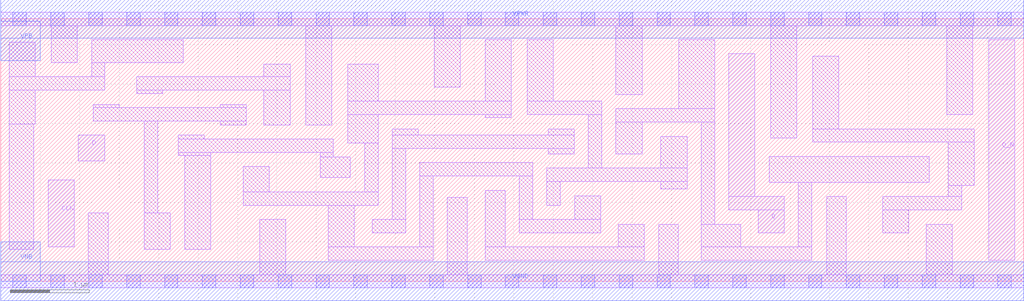
<source format=lef>
# Copyright 2020 The SkyWater PDK Authors
#
# Licensed under the Apache License, Version 2.0 (the "License");
# you may not use this file except in compliance with the License.
# You may obtain a copy of the License at
#
#     https://www.apache.org/licenses/LICENSE-2.0
#
# Unless required by applicable law or agreed to in writing, software
# distributed under the License is distributed on an "AS IS" BASIS,
# WITHOUT WARRANTIES OR CONDITIONS OF ANY KIND, either express or implied.
# See the License for the specific language governing permissions and
# limitations under the License.
#
# SPDX-License-Identifier: Apache-2.0

VERSION 5.5 ;
NAMESCASESENSITIVE ON ;
BUSBITCHARS "[]" ;
DIVIDERCHAR "/" ;
MACRO sky130_fd_sc_lp__dfxbp_lp
  CLASS CORE ;
  SOURCE USER ;
  ORIGIN  0.000000  0.000000 ;
  SIZE  12.96000 BY  3.330000 ;
  SYMMETRY X Y R90 ;
  SITE unit ;
  PIN D
    ANTENNAGATEAREA  0.376000 ;
    DIRECTION INPUT ;
    USE SIGNAL ;
    PORT
      LAYER li1 ;
        RECT 0.985000 1.525000 1.315000 1.855000 ;
    END
  END D
  PIN Q
    ANTENNADIFFAREA  0.402600 ;
    DIRECTION OUTPUT ;
    USE SIGNAL ;
    PORT
      LAYER li1 ;
        RECT 9.225000 0.905000 9.925000 1.075000 ;
        RECT 9.225000 1.075000 9.555000 2.890000 ;
        RECT 9.595000 0.615000 9.925000 0.905000 ;
    END
  END Q
  PIN Q_N
    ANTENNADIFFAREA  0.404700 ;
    DIRECTION OUTPUT ;
    USE SIGNAL ;
    PORT
      LAYER li1 ;
        RECT 12.515000 0.265000 12.845000 3.065000 ;
    END
  END Q_N
  PIN CLK
    ANTENNAGATEAREA  0.376000 ;
    DIRECTION INPUT ;
    USE CLOCK ;
    PORT
      LAYER li1 ;
        RECT 0.600000 0.440000 0.930000 1.285000 ;
    END
  END CLK
  PIN VGND
    DIRECTION INOUT ;
    USE GROUND ;
    PORT
      LAYER met1 ;
        RECT 0.000000 -0.245000 12.960000 0.245000 ;
    END
  END VGND
  PIN VNB
    DIRECTION INOUT ;
    USE GROUND ;
    PORT
      LAYER met1 ;
        RECT 0.000000 0.000000 0.500000 0.500000 ;
    END
  END VNB
  PIN VPB
    DIRECTION INOUT ;
    USE POWER ;
    PORT
      LAYER met1 ;
        RECT 0.000000 2.800000 0.500000 3.300000 ;
    END
  END VPB
  PIN VPWR
    DIRECTION INOUT ;
    USE POWER ;
    PORT
      LAYER met1 ;
        RECT 0.000000 3.085000 12.960000 3.575000 ;
    END
  END VPWR
  OBS
    LAYER li1 ;
      RECT  0.000000 -0.085000 12.960000 0.085000 ;
      RECT  0.000000  3.245000 12.960000 3.415000 ;
      RECT  0.110000  0.405000  0.420000 1.995000 ;
      RECT  0.110000  1.995000  0.440000 2.425000 ;
      RECT  0.110000  2.425000  1.320000 2.595000 ;
      RECT  0.110000  2.595000  0.440000 3.035000 ;
      RECT  0.640000  2.775000  0.970000 3.245000 ;
      RECT  1.110000  0.085000  1.360000 0.865000 ;
      RECT  1.150000  2.595000  1.320000 2.775000 ;
      RECT  1.150000  2.775000  2.315000 3.065000 ;
      RECT  1.170000  2.035000  3.110000 2.205000 ;
      RECT  1.170000  2.205000  1.500000 2.245000 ;
      RECT  1.720000  2.385000  2.050000 2.425000 ;
      RECT  1.720000  2.425000  3.665000 2.595000 ;
      RECT  1.820000  0.405000  2.150000 0.865000 ;
      RECT  1.820000  0.865000  1.990000 2.035000 ;
      RECT  2.250000  1.595000  2.660000 1.635000 ;
      RECT  2.250000  1.635000  4.215000 1.805000 ;
      RECT  2.250000  1.805000  2.580000 1.855000 ;
      RECT  2.330000  0.405000  2.660000 1.595000 ;
      RECT  2.780000  1.985000  3.110000 2.035000 ;
      RECT  2.780000  2.205000  3.110000 2.245000 ;
      RECT  3.075000  0.965000  4.780000 1.135000 ;
      RECT  3.075000  1.135000  3.405000 1.455000 ;
      RECT  3.280000  0.085000  3.610000 0.785000 ;
      RECT  3.335000  1.985000  3.665000 2.425000 ;
      RECT  3.335000  2.595000  3.665000 2.755000 ;
      RECT  3.865000  1.985000  4.195000 3.245000 ;
      RECT  4.045000  1.315000  4.430000 1.575000 ;
      RECT  4.045000  1.575000  4.215000 1.635000 ;
      RECT  4.150000  0.265000  5.480000 0.435000 ;
      RECT  4.150000  0.435000  4.480000 0.965000 ;
      RECT  4.395000  1.755000  4.780000 2.115000 ;
      RECT  4.395000  2.115000  6.470000 2.285000 ;
      RECT  4.395000  2.285000  4.780000 2.755000 ;
      RECT  4.610000  1.135000  4.780000 1.755000 ;
      RECT  4.710000  0.615000  5.130000 0.785000 ;
      RECT  4.960000  0.785000  5.130000 1.685000 ;
      RECT  4.960000  1.685000  7.265000 1.855000 ;
      RECT  4.960000  1.855000  5.290000 1.935000 ;
      RECT  5.310000  0.435000  5.480000 1.335000 ;
      RECT  5.310000  1.335000  6.740000 1.505000 ;
      RECT  5.490000  2.465000  5.820000 3.245000 ;
      RECT  5.660000  0.085000  5.910000 1.065000 ;
      RECT  6.140000  0.265000  8.155000 0.435000 ;
      RECT  6.140000  0.435000  6.390000 1.155000 ;
      RECT  6.140000  2.075000  6.470000 2.115000 ;
      RECT  6.140000  2.285000  6.470000 3.065000 ;
      RECT  6.570000  0.615000  7.600000 0.785000 ;
      RECT  6.570000  0.785000  6.740000 1.335000 ;
      RECT  6.670000  2.115000  7.615000 2.285000 ;
      RECT  6.670000  2.285000  7.000000 3.065000 ;
      RECT  6.920000  0.965000  7.090000 1.265000 ;
      RECT  6.920000  1.265000  8.695000 1.435000 ;
      RECT  6.935000  1.615000  7.265000 1.685000 ;
      RECT  6.935000  1.855000  7.265000 1.935000 ;
      RECT  7.270000  0.785000  7.600000 1.085000 ;
      RECT  7.445000  1.435000  7.615000 2.115000 ;
      RECT  7.795000  1.615000  8.125000 2.020000 ;
      RECT  7.795000  2.020000  9.045000 2.190000 ;
      RECT  7.795000  2.370000  8.125000 3.245000 ;
      RECT  7.825000  0.435000  8.155000 0.725000 ;
      RECT  8.335000  0.085000  8.585000 0.725000 ;
      RECT  8.365000  1.170000  8.695000 1.265000 ;
      RECT  8.365000  1.435000  8.695000 1.840000 ;
      RECT  8.590000  2.190000  9.045000 3.065000 ;
      RECT  8.875000  0.265000 10.275000 0.435000 ;
      RECT  8.875000  0.435000  9.375000 0.725000 ;
      RECT  8.875000  0.725000  9.045000 2.020000 ;
      RECT  9.735000  1.255000 11.765000 1.585000 ;
      RECT  9.755000  1.815000 10.085000 3.245000 ;
      RECT 10.105000  0.435000 10.275000 1.255000 ;
      RECT 10.285000  1.765000 12.335000 1.935000 ;
      RECT 10.285000  1.935000 10.615000 2.855000 ;
      RECT 10.465000  0.085000 10.715000 1.075000 ;
      RECT 11.175000  0.615000 11.505000 0.905000 ;
      RECT 11.175000  0.905000 12.175000 1.075000 ;
      RECT 11.725000  0.085000 12.055000 0.725000 ;
      RECT 11.985000  2.115000 12.315000 3.245000 ;
      RECT 12.005000  1.075000 12.175000 1.215000 ;
      RECT 12.005000  1.215000 12.335000 1.765000 ;
    LAYER mcon ;
      RECT  0.155000 -0.085000  0.325000 0.085000 ;
      RECT  0.155000  3.245000  0.325000 3.415000 ;
      RECT  0.635000 -0.085000  0.805000 0.085000 ;
      RECT  0.635000  3.245000  0.805000 3.415000 ;
      RECT  1.115000 -0.085000  1.285000 0.085000 ;
      RECT  1.115000  3.245000  1.285000 3.415000 ;
      RECT  1.595000 -0.085000  1.765000 0.085000 ;
      RECT  1.595000  3.245000  1.765000 3.415000 ;
      RECT  2.075000 -0.085000  2.245000 0.085000 ;
      RECT  2.075000  3.245000  2.245000 3.415000 ;
      RECT  2.555000 -0.085000  2.725000 0.085000 ;
      RECT  2.555000  3.245000  2.725000 3.415000 ;
      RECT  3.035000 -0.085000  3.205000 0.085000 ;
      RECT  3.035000  3.245000  3.205000 3.415000 ;
      RECT  3.515000 -0.085000  3.685000 0.085000 ;
      RECT  3.515000  3.245000  3.685000 3.415000 ;
      RECT  3.995000 -0.085000  4.165000 0.085000 ;
      RECT  3.995000  3.245000  4.165000 3.415000 ;
      RECT  4.475000 -0.085000  4.645000 0.085000 ;
      RECT  4.475000  3.245000  4.645000 3.415000 ;
      RECT  4.955000 -0.085000  5.125000 0.085000 ;
      RECT  4.955000  3.245000  5.125000 3.415000 ;
      RECT  5.435000 -0.085000  5.605000 0.085000 ;
      RECT  5.435000  3.245000  5.605000 3.415000 ;
      RECT  5.915000 -0.085000  6.085000 0.085000 ;
      RECT  5.915000  3.245000  6.085000 3.415000 ;
      RECT  6.395000 -0.085000  6.565000 0.085000 ;
      RECT  6.395000  3.245000  6.565000 3.415000 ;
      RECT  6.875000 -0.085000  7.045000 0.085000 ;
      RECT  6.875000  3.245000  7.045000 3.415000 ;
      RECT  7.355000 -0.085000  7.525000 0.085000 ;
      RECT  7.355000  3.245000  7.525000 3.415000 ;
      RECT  7.835000 -0.085000  8.005000 0.085000 ;
      RECT  7.835000  3.245000  8.005000 3.415000 ;
      RECT  8.315000 -0.085000  8.485000 0.085000 ;
      RECT  8.315000  3.245000  8.485000 3.415000 ;
      RECT  8.795000 -0.085000  8.965000 0.085000 ;
      RECT  8.795000  3.245000  8.965000 3.415000 ;
      RECT  9.275000 -0.085000  9.445000 0.085000 ;
      RECT  9.275000  3.245000  9.445000 3.415000 ;
      RECT  9.755000 -0.085000  9.925000 0.085000 ;
      RECT  9.755000  3.245000  9.925000 3.415000 ;
      RECT 10.235000 -0.085000 10.405000 0.085000 ;
      RECT 10.235000  3.245000 10.405000 3.415000 ;
      RECT 10.715000 -0.085000 10.885000 0.085000 ;
      RECT 10.715000  3.245000 10.885000 3.415000 ;
      RECT 11.195000 -0.085000 11.365000 0.085000 ;
      RECT 11.195000  3.245000 11.365000 3.415000 ;
      RECT 11.675000 -0.085000 11.845000 0.085000 ;
      RECT 11.675000  3.245000 11.845000 3.415000 ;
      RECT 12.155000 -0.085000 12.325000 0.085000 ;
      RECT 12.155000  3.245000 12.325000 3.415000 ;
      RECT 12.635000 -0.085000 12.805000 0.085000 ;
      RECT 12.635000  3.245000 12.805000 3.415000 ;
  END
END sky130_fd_sc_lp__dfxbp_lp

</source>
